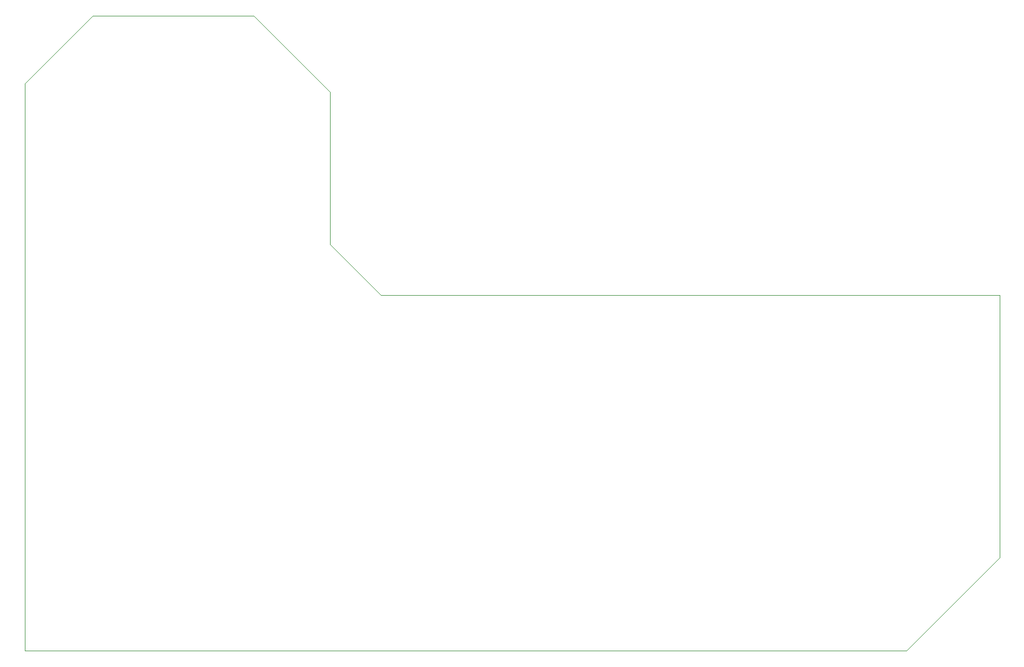
<source format=gbr>
%TF.GenerationSoftware,KiCad,Pcbnew,(5.1.10)-1*%
%TF.CreationDate,2021-10-04T16:47:09-07:00*%
%TF.ProjectId,VFD,5646442e-6b69-4636-9164-5f7063625858,rev?*%
%TF.SameCoordinates,Original*%
%TF.FileFunction,Profile,NP*%
%FSLAX46Y46*%
G04 Gerber Fmt 4.6, Leading zero omitted, Abs format (unit mm)*
G04 Created by KiCad (PCBNEW (5.1.10)-1) date 2021-10-04 16:47:09*
%MOMM*%
%LPD*%
G01*
G04 APERTURE LIST*
%TA.AperFunction,Profile*%
%ADD10C,0.100000*%
%TD*%
G04 APERTURE END LIST*
D10*
X63500000Y-46990000D02*
X74930000Y-58420000D01*
X39370000Y-46990000D02*
X63500000Y-46990000D01*
X29210000Y-57150000D02*
X39370000Y-46990000D01*
X29210000Y-142240000D02*
X29210000Y-57150000D01*
X161290000Y-142240000D02*
X29210000Y-142240000D01*
X175260000Y-128270000D02*
X161290000Y-142240000D01*
X175260000Y-88900000D02*
X175260000Y-128270000D01*
X82550000Y-88900000D02*
X175260000Y-88900000D01*
X74930000Y-81280000D02*
X82550000Y-88900000D01*
X74930000Y-58420000D02*
X74930000Y-81280000D01*
M02*

</source>
